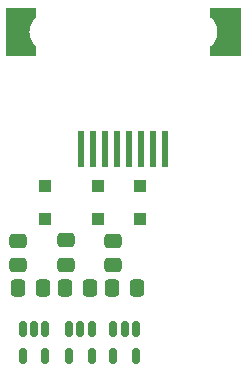
<source format=gbr>
%TF.GenerationSoftware,KiCad,Pcbnew,8.0.8*%
%TF.CreationDate,2025-01-20T17:52:45-08:00*%
%TF.ProjectId,Motor_Adapt_C,4d6f746f-725f-4416-9461-70745f432e6b,rev?*%
%TF.SameCoordinates,Original*%
%TF.FileFunction,Paste,Top*%
%TF.FilePolarity,Positive*%
%FSLAX46Y46*%
G04 Gerber Fmt 4.6, Leading zero omitted, Abs format (unit mm)*
G04 Created by KiCad (PCBNEW 8.0.8) date 2025-01-20 17:52:45*
%MOMM*%
%LPD*%
G01*
G04 APERTURE LIST*
G04 Aperture macros list*
%AMRoundRect*
0 Rectangle with rounded corners*
0 $1 Rounding radius*
0 $2 $3 $4 $5 $6 $7 $8 $9 X,Y pos of 4 corners*
0 Add a 4 corners polygon primitive as box body*
4,1,4,$2,$3,$4,$5,$6,$7,$8,$9,$2,$3,0*
0 Add four circle primitives for the rounded corners*
1,1,$1+$1,$2,$3*
1,1,$1+$1,$4,$5*
1,1,$1+$1,$6,$7*
1,1,$1+$1,$8,$9*
0 Add four rect primitives between the rounded corners*
20,1,$1+$1,$2,$3,$4,$5,0*
20,1,$1+$1,$4,$5,$6,$7,0*
20,1,$1+$1,$6,$7,$8,$9,0*
20,1,$1+$1,$8,$9,$2,$3,0*%
G04 Aperture macros list end*
%ADD10C,0.010000*%
%ADD11RoundRect,0.250000X-0.300000X0.300000X-0.300000X-0.300000X0.300000X-0.300000X0.300000X0.300000X0*%
%ADD12RoundRect,0.250000X-0.475000X0.337500X-0.475000X-0.337500X0.475000X-0.337500X0.475000X0.337500X0*%
%ADD13RoundRect,0.250000X-0.337500X-0.475000X0.337500X-0.475000X0.337500X0.475000X-0.337500X0.475000X0*%
%ADD14R,0.610000X3.050000*%
%ADD15RoundRect,0.150000X-0.150000X0.512500X-0.150000X-0.512500X0.150000X-0.512500X0.150000X0.512500X0*%
G04 APERTURE END LIST*
D10*
%TO.C,J2*%
X44940000Y-48735000D02*
X44904000Y-48766000D01*
X44868000Y-48799000D01*
X44834000Y-48832000D01*
X44800000Y-48867000D01*
X44768000Y-48902000D01*
X44736000Y-48939000D01*
X44706000Y-48976000D01*
X44677000Y-49014000D01*
X44649000Y-49053000D01*
X44622000Y-49093000D01*
X44596000Y-49133000D01*
X44571000Y-49174000D01*
X44548000Y-49216000D01*
X44526000Y-49259000D01*
X44505000Y-49302000D01*
X44485000Y-49346000D01*
X44467000Y-49390000D01*
X44450000Y-49435000D01*
X44434000Y-49481000D01*
X44419000Y-49527000D01*
X44406000Y-49573000D01*
X44395000Y-49619000D01*
X44384000Y-49666000D01*
X44375000Y-49713000D01*
X44367000Y-49761000D01*
X44361000Y-49808000D01*
X44356000Y-49856000D01*
X44353000Y-49904000D01*
X44351000Y-49952000D01*
X44350000Y-50000000D01*
X44351000Y-50048000D01*
X44353000Y-50096000D01*
X44356000Y-50144000D01*
X44361000Y-50192000D01*
X44367000Y-50239000D01*
X44375000Y-50287000D01*
X44384000Y-50334000D01*
X44395000Y-50381000D01*
X44406000Y-50427000D01*
X44419000Y-50473000D01*
X44434000Y-50519000D01*
X44450000Y-50565000D01*
X44467000Y-50610000D01*
X44485000Y-50654000D01*
X44505000Y-50698000D01*
X44526000Y-50741000D01*
X44548000Y-50784000D01*
X44571000Y-50826000D01*
X44596000Y-50867000D01*
X44622000Y-50907000D01*
X44649000Y-50947000D01*
X44677000Y-50986000D01*
X44706000Y-51024000D01*
X44736000Y-51061000D01*
X44768000Y-51098000D01*
X44800000Y-51133000D01*
X44834000Y-51168000D01*
X44868000Y-51201000D01*
X44904000Y-51234000D01*
X44940000Y-51265000D01*
X44940000Y-51950000D01*
X42440000Y-51950000D01*
X42440000Y-48050000D01*
X44940000Y-48050000D01*
X44940000Y-48735000D01*
G36*
X44940000Y-48735000D02*
G01*
X44904000Y-48766000D01*
X44868000Y-48799000D01*
X44834000Y-48832000D01*
X44800000Y-48867000D01*
X44768000Y-48902000D01*
X44736000Y-48939000D01*
X44706000Y-48976000D01*
X44677000Y-49014000D01*
X44649000Y-49053000D01*
X44622000Y-49093000D01*
X44596000Y-49133000D01*
X44571000Y-49174000D01*
X44548000Y-49216000D01*
X44526000Y-49259000D01*
X44505000Y-49302000D01*
X44485000Y-49346000D01*
X44467000Y-49390000D01*
X44450000Y-49435000D01*
X44434000Y-49481000D01*
X44419000Y-49527000D01*
X44406000Y-49573000D01*
X44395000Y-49619000D01*
X44384000Y-49666000D01*
X44375000Y-49713000D01*
X44367000Y-49761000D01*
X44361000Y-49808000D01*
X44356000Y-49856000D01*
X44353000Y-49904000D01*
X44351000Y-49952000D01*
X44350000Y-50000000D01*
X44351000Y-50048000D01*
X44353000Y-50096000D01*
X44356000Y-50144000D01*
X44361000Y-50192000D01*
X44367000Y-50239000D01*
X44375000Y-50287000D01*
X44384000Y-50334000D01*
X44395000Y-50381000D01*
X44406000Y-50427000D01*
X44419000Y-50473000D01*
X44434000Y-50519000D01*
X44450000Y-50565000D01*
X44467000Y-50610000D01*
X44485000Y-50654000D01*
X44505000Y-50698000D01*
X44526000Y-50741000D01*
X44548000Y-50784000D01*
X44571000Y-50826000D01*
X44596000Y-50867000D01*
X44622000Y-50907000D01*
X44649000Y-50947000D01*
X44677000Y-50986000D01*
X44706000Y-51024000D01*
X44736000Y-51061000D01*
X44768000Y-51098000D01*
X44800000Y-51133000D01*
X44834000Y-51168000D01*
X44868000Y-51201000D01*
X44904000Y-51234000D01*
X44940000Y-51265000D01*
X44940000Y-51950000D01*
X42440000Y-51950000D01*
X42440000Y-48050000D01*
X44940000Y-48050000D01*
X44940000Y-48735000D01*
G37*
X62260000Y-51950000D02*
X59760000Y-51950000D01*
X59760000Y-51265000D01*
X59796000Y-51234000D01*
X59832000Y-51201000D01*
X59866000Y-51168000D01*
X59900000Y-51133000D01*
X59932000Y-51098000D01*
X59964000Y-51061000D01*
X59994000Y-51024000D01*
X60023000Y-50986000D01*
X60051000Y-50947000D01*
X60078000Y-50907000D01*
X60104000Y-50867000D01*
X60129000Y-50826000D01*
X60152000Y-50784000D01*
X60174000Y-50741000D01*
X60195000Y-50698000D01*
X60215000Y-50654000D01*
X60233000Y-50610000D01*
X60250000Y-50565000D01*
X60266000Y-50519000D01*
X60281000Y-50473000D01*
X60294000Y-50427000D01*
X60305000Y-50381000D01*
X60316000Y-50334000D01*
X60325000Y-50287000D01*
X60333000Y-50239000D01*
X60339000Y-50192000D01*
X60344000Y-50144000D01*
X60347000Y-50096000D01*
X60349000Y-50048000D01*
X60350000Y-50000000D01*
X60349000Y-49952000D01*
X60347000Y-49904000D01*
X60344000Y-49856000D01*
X60339000Y-49808000D01*
X60333000Y-49761000D01*
X60325000Y-49713000D01*
X60316000Y-49666000D01*
X60305000Y-49619000D01*
X60294000Y-49573000D01*
X60281000Y-49527000D01*
X60266000Y-49481000D01*
X60250000Y-49435000D01*
X60233000Y-49390000D01*
X60215000Y-49346000D01*
X60195000Y-49302000D01*
X60174000Y-49259000D01*
X60152000Y-49216000D01*
X60129000Y-49174000D01*
X60104000Y-49133000D01*
X60078000Y-49093000D01*
X60051000Y-49053000D01*
X60023000Y-49014000D01*
X59994000Y-48976000D01*
X59964000Y-48939000D01*
X59932000Y-48902000D01*
X59900000Y-48867000D01*
X59866000Y-48832000D01*
X59832000Y-48799000D01*
X59796000Y-48766000D01*
X59760000Y-48735000D01*
X59760000Y-48050000D01*
X62260000Y-48050000D01*
X62260000Y-51950000D01*
G36*
X62260000Y-51950000D02*
G01*
X59760000Y-51950000D01*
X59760000Y-51265000D01*
X59796000Y-51234000D01*
X59832000Y-51201000D01*
X59866000Y-51168000D01*
X59900000Y-51133000D01*
X59932000Y-51098000D01*
X59964000Y-51061000D01*
X59994000Y-51024000D01*
X60023000Y-50986000D01*
X60051000Y-50947000D01*
X60078000Y-50907000D01*
X60104000Y-50867000D01*
X60129000Y-50826000D01*
X60152000Y-50784000D01*
X60174000Y-50741000D01*
X60195000Y-50698000D01*
X60215000Y-50654000D01*
X60233000Y-50610000D01*
X60250000Y-50565000D01*
X60266000Y-50519000D01*
X60281000Y-50473000D01*
X60294000Y-50427000D01*
X60305000Y-50381000D01*
X60316000Y-50334000D01*
X60325000Y-50287000D01*
X60333000Y-50239000D01*
X60339000Y-50192000D01*
X60344000Y-50144000D01*
X60347000Y-50096000D01*
X60349000Y-50048000D01*
X60350000Y-50000000D01*
X60349000Y-49952000D01*
X60347000Y-49904000D01*
X60344000Y-49856000D01*
X60339000Y-49808000D01*
X60333000Y-49761000D01*
X60325000Y-49713000D01*
X60316000Y-49666000D01*
X60305000Y-49619000D01*
X60294000Y-49573000D01*
X60281000Y-49527000D01*
X60266000Y-49481000D01*
X60250000Y-49435000D01*
X60233000Y-49390000D01*
X60215000Y-49346000D01*
X60195000Y-49302000D01*
X60174000Y-49259000D01*
X60152000Y-49216000D01*
X60129000Y-49174000D01*
X60104000Y-49133000D01*
X60078000Y-49093000D01*
X60051000Y-49053000D01*
X60023000Y-49014000D01*
X59994000Y-48976000D01*
X59964000Y-48939000D01*
X59932000Y-48902000D01*
X59900000Y-48867000D01*
X59866000Y-48832000D01*
X59832000Y-48799000D01*
X59796000Y-48766000D01*
X59760000Y-48735000D01*
X59760000Y-48050000D01*
X62260000Y-48050000D01*
X62260000Y-51950000D01*
G37*
%TD*%
D11*
%TO.C,D3*%
X53750000Y-63100000D03*
X53750000Y-65900000D03*
%TD*%
%TO.C,D2*%
X50250000Y-63100000D03*
X50250000Y-65900000D03*
%TD*%
%TO.C,D1*%
X45750000Y-63100000D03*
X45750000Y-65900000D03*
%TD*%
D12*
%TO.C,R1*%
X51500000Y-67712500D03*
X51500000Y-69787500D03*
%TD*%
D13*
%TO.C,C3*%
X43462500Y-71712500D03*
X45537500Y-71712500D03*
%TD*%
D14*
%TO.C,J2*%
X48780000Y-59980000D03*
X49800000Y-59980000D03*
X50820000Y-59980000D03*
X51840000Y-59980000D03*
X52860000Y-59980000D03*
X53880000Y-59980000D03*
X54900000Y-59980000D03*
X55920000Y-59980000D03*
%TD*%
D15*
%TO.C,U1*%
X53437500Y-75212500D03*
X52487500Y-75212500D03*
X51537500Y-75212500D03*
X51537500Y-77487500D03*
X53437500Y-77487500D03*
%TD*%
%TO.C,U2*%
X49687500Y-75212500D03*
X48737500Y-75212500D03*
X47787500Y-75212500D03*
X47787500Y-77487500D03*
X49687500Y-77487500D03*
%TD*%
D13*
%TO.C,C1*%
X51462500Y-71712500D03*
X53537500Y-71712500D03*
%TD*%
D12*
%TO.C,R3*%
X43500000Y-67712500D03*
X43500000Y-69787500D03*
%TD*%
%TO.C,R2*%
X47500000Y-67675000D03*
X47500000Y-69750000D03*
%TD*%
D13*
%TO.C,C2*%
X47462500Y-71712500D03*
X49537500Y-71712500D03*
%TD*%
D15*
%TO.C,U3*%
X45750000Y-75225000D03*
X44800000Y-75225000D03*
X43850000Y-75225000D03*
X43850000Y-77500000D03*
X45750000Y-77500000D03*
%TD*%
M02*

</source>
